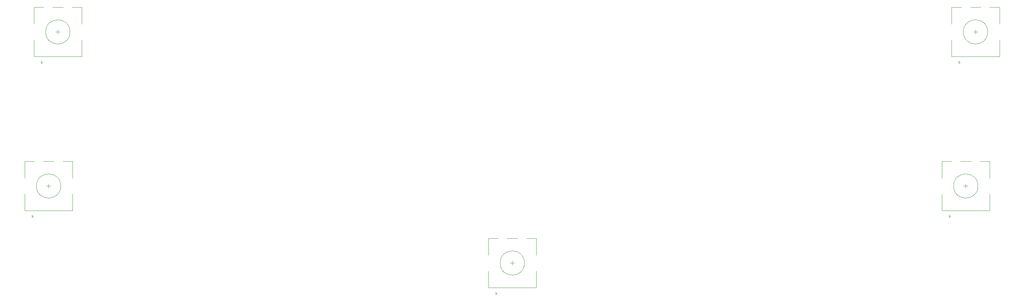
<source format=gbr>
G04 #@! TF.GenerationSoftware,KiCad,Pcbnew,(5.1.4)-1*
G04 #@! TF.CreationDate,2020-10-31T18:50:56-05:00*
G04 #@! TF.ProjectId,m3n3van,6d336e33-7661-46e2-9e6b-696361645f70,rev?*
G04 #@! TF.SameCoordinates,Original*
G04 #@! TF.FileFunction,Legend,Top*
G04 #@! TF.FilePolarity,Positive*
%FSLAX46Y46*%
G04 Gerber Fmt 4.6, Leading zero omitted, Abs format (unit mm)*
G04 Created by KiCad (PCBNEW (5.1.4)-1) date 2020-10-31 18:50:56*
%MOMM*%
%LPD*%
G04 APERTURE LIST*
%ADD10C,0.120000*%
G04 APERTURE END LIST*
D10*
X310475000Y-242555000D02*
X310475000Y-241555000D01*
X309975000Y-242055000D02*
X310975000Y-242055000D01*
X313975000Y-235955000D02*
X316375000Y-235955000D01*
X309175000Y-235955000D02*
X311775000Y-235955000D01*
X304575000Y-235955000D02*
X306975000Y-235955000D01*
X306375000Y-249255000D02*
X306675000Y-249555000D01*
X306375000Y-249855000D02*
X306375000Y-249255000D01*
X306675000Y-249555000D02*
X306375000Y-249855000D01*
X304575000Y-248155000D02*
X316375000Y-248155000D01*
X304575000Y-244055000D02*
X304575000Y-248155000D01*
X316375000Y-244055000D02*
X316375000Y-248155000D01*
X316375000Y-235955000D02*
X316375000Y-240055000D01*
X304575000Y-240055000D02*
X304575000Y-235955000D01*
X313475000Y-242055000D02*
G75*
G03X313475000Y-242055000I-3000000J0D01*
G01*
X196175000Y-223505000D02*
X196175000Y-222505000D01*
X195675000Y-223005000D02*
X196675000Y-223005000D01*
X199675000Y-216905000D02*
X202075000Y-216905000D01*
X194875000Y-216905000D02*
X197475000Y-216905000D01*
X190275000Y-216905000D02*
X192675000Y-216905000D01*
X192075000Y-230205000D02*
X192375000Y-230505000D01*
X192075000Y-230805000D02*
X192075000Y-230205000D01*
X192375000Y-230505000D02*
X192075000Y-230805000D01*
X190275000Y-229105000D02*
X202075000Y-229105000D01*
X190275000Y-225005000D02*
X190275000Y-229105000D01*
X202075000Y-225005000D02*
X202075000Y-229105000D01*
X202075000Y-216905000D02*
X202075000Y-221005000D01*
X190275000Y-221005000D02*
X190275000Y-216905000D01*
X199175000Y-223005000D02*
G75*
G03X199175000Y-223005000I-3000000J0D01*
G01*
X422235000Y-223505000D02*
X422235000Y-222505000D01*
X421735000Y-223005000D02*
X422735000Y-223005000D01*
X425735000Y-216905000D02*
X428135000Y-216905000D01*
X420935000Y-216905000D02*
X423535000Y-216905000D01*
X416335000Y-216905000D02*
X418735000Y-216905000D01*
X418135000Y-230205000D02*
X418435000Y-230505000D01*
X418135000Y-230805000D02*
X418135000Y-230205000D01*
X418435000Y-230505000D02*
X418135000Y-230805000D01*
X416335000Y-229105000D02*
X428135000Y-229105000D01*
X416335000Y-225005000D02*
X416335000Y-229105000D01*
X428135000Y-225005000D02*
X428135000Y-229105000D01*
X428135000Y-216905000D02*
X428135000Y-221005000D01*
X416335000Y-221005000D02*
X416335000Y-216905000D01*
X425235000Y-223005000D02*
G75*
G03X425235000Y-223005000I-3000000J0D01*
G01*
X424648000Y-185405000D02*
X424648000Y-184405000D01*
X424148000Y-184905000D02*
X425148000Y-184905000D01*
X428148000Y-178805000D02*
X430548000Y-178805000D01*
X423348000Y-178805000D02*
X425948000Y-178805000D01*
X418748000Y-178805000D02*
X421148000Y-178805000D01*
X420548000Y-192105000D02*
X420848000Y-192405000D01*
X420548000Y-192705000D02*
X420548000Y-192105000D01*
X420848000Y-192405000D02*
X420548000Y-192705000D01*
X418748000Y-191005000D02*
X430548000Y-191005000D01*
X418748000Y-186905000D02*
X418748000Y-191005000D01*
X430548000Y-186905000D02*
X430548000Y-191005000D01*
X430548000Y-178805000D02*
X430548000Y-182905000D01*
X418748000Y-182905000D02*
X418748000Y-178805000D01*
X427648000Y-184905000D02*
G75*
G03X427648000Y-184905000I-3000000J0D01*
G01*
X198461000Y-185405000D02*
X198461000Y-184405000D01*
X197961000Y-184905000D02*
X198961000Y-184905000D01*
X201961000Y-178805000D02*
X204361000Y-178805000D01*
X197161000Y-178805000D02*
X199761000Y-178805000D01*
X192561000Y-178805000D02*
X194961000Y-178805000D01*
X194361000Y-192105000D02*
X194661000Y-192405000D01*
X194361000Y-192705000D02*
X194361000Y-192105000D01*
X194661000Y-192405000D02*
X194361000Y-192705000D01*
X192561000Y-191005000D02*
X204361000Y-191005000D01*
X192561000Y-186905000D02*
X192561000Y-191005000D01*
X204361000Y-186905000D02*
X204361000Y-191005000D01*
X204361000Y-178805000D02*
X204361000Y-182905000D01*
X192561000Y-182905000D02*
X192561000Y-178805000D01*
X201461000Y-184905000D02*
G75*
G03X201461000Y-184905000I-3000000J0D01*
G01*
M02*

</source>
